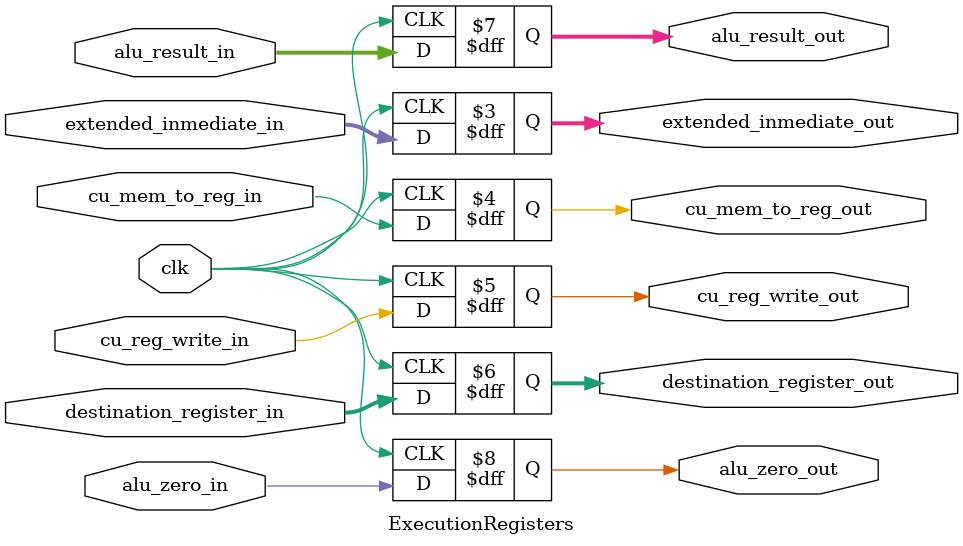
<source format=v>

`default_nettype none

`timescale 1ns / 1ps

module ExecutionRegisters #(parameter WORD_SIZE = 32, parameter REGISTER_INDEX = 5)(
    // In
    input wire clk,
    input wire [WORD_SIZE-1:0] extended_inmediate_in,
    input wire cu_mem_to_reg_in,
    input wire cu_reg_write_in,
    input [REGISTER_INDEX-1:0] destination_register_in,
    input [WORD_SIZE-1:0] alu_result_in,
    input alu_zero_in,

    // Out
    output reg [WORD_SIZE-1:0] extended_inmediate_out,
    output reg cu_mem_to_reg_out,
    output reg cu_reg_write_out,
    output reg [REGISTER_INDEX-1:0] destination_register_out,
    output reg [WORD_SIZE-1:0] alu_result_out,
    output reg alu_zero_out
  );

  initial
  begin
    extended_inmediate_out = 0;
    cu_mem_to_reg_out = 0;
    cu_reg_write_out = 0;
    alu_result_out = 0;
    alu_zero_out = 0;
  end

  always @(negedge clk)
  begin
    extended_inmediate_out = extended_inmediate_in;
    cu_mem_to_reg_out = cu_mem_to_reg_in;
    cu_reg_write_out = cu_reg_write_in;
    destination_register_out = destination_register_in;
    alu_result_out = alu_result_in;
    alu_zero_out = alu_zero_in;
  end
endmodule

</source>
